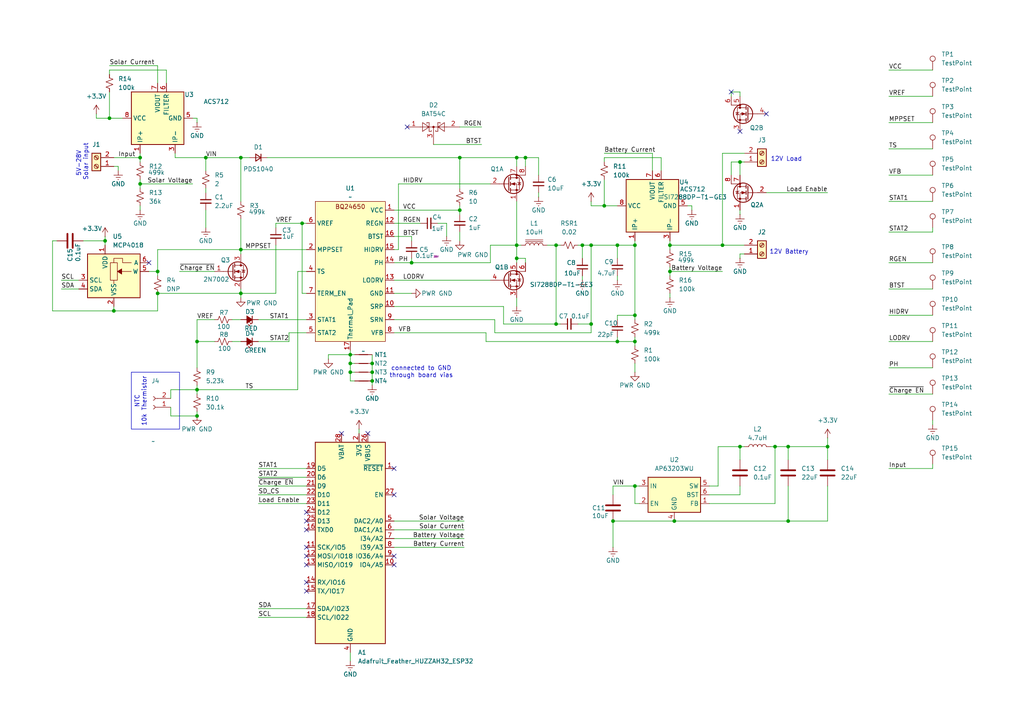
<source format=kicad_sch>
(kicad_sch (version 20250114) (generator "eeschema") (generator_version "9.0")
  (paper "A4")
  (title_block (title "MPPT Charge Controller") (rev "0.3"))
  (lib_symbols
    (symbol "Connector:Conn_01x02_Socket" (pin_names (offset 1.016) (hide yes))
      (property "Reference" "J" (at 0 2.54 0))
      (property "Value" "Conn_01x02_Socket" (at 0 -5.08 0))
      (symbol "Conn_01x02_Socket_1_1"
        (pin passive line (at -5.08 0 0) (length 3.81) (name "Pin_1") (number "1"))
        (pin passive line (at -5.08 -2.54 0) (length 3.81) (name "Pin_2") (number "2"))
      )
    )
    (symbol "Connector:Screw_Terminal_01x02" (pin_names (offset 1.016) (hide yes))
      (property "Reference" "J" (at 0 2.54 0))
      (property "Value" "Screw_Terminal_01x02" (at 0 -5.08 0))
      (symbol "Screw_Terminal_01x02_1_1"
        (pin passive line (at -5.08 0 0) (length 3.81) (name "Pin_1") (number "1"))
        (pin passive line (at -5.08 -2.54 0) (length 3.81) (name "Pin_2") (number "2"))
      )
    )
    (symbol "Connector:TestPoint" (pin_numbers (hide yes)) (pin_names (offset 0.762) (hide yes))
      (property "Reference" "TP" (at 0 6.858 0))
      (property "Value" "TestPoint" (at 0 5.08 0))
      (symbol "TestPoint_1_1"
        (pin passive line (at 0 0 90) (length 2.54) (name "1") (number "1"))
      )
    )
    (symbol "Device:C" (pin_numbers (hide yes)) (pin_names (offset 0.254))
      (property "Reference" "C" (at 0.635 2.54 0))
      (property "Value" "C" (at 0.635 -2.54 0))
      (symbol "C_1_1"
        (pin passive line (at 0 3.81 270) (length 2.794) (name "~") (number "1"))
        (pin passive line (at 0 -3.81 90) (length 2.794) (name "~") (number "2"))
      )
    )
    (symbol "Device:C_Small" (pin_numbers (hide yes)) (pin_names (offset 0.254) (hide yes))
      (property "Reference" "C" (at 0.254 1.778 0))
      (property "Value" "C_Small" (at 0.254 -2.032 0))
      (symbol "C_Small_1_1"
        (pin passive line (at 0 2.54 270) (length 2.032) (name "~") (number "1"))
        (pin passive line (at 0 -2.54 90) (length 2.032) (name "~") (number "2"))
      )
    )
    (symbol "Device:D_Small" (pin_numbers (hide yes)) (pin_names (offset 0.254) (hide yes))
      (property "Reference" "D" (at -1.27 2.032 0))
      (property "Value" "D_Small" (at -3.81 -2.032 0))
      (symbol "D_Small_1_1"
        (pin passive line (at -2.54 0 0) (length 1.778) (name "K") (number "1"))
        (pin passive line (at 2.54 0 180) (length 1.778) (name "A") (number "2"))
      )
    )
    (symbol "Device:L" (pin_numbers (hide yes)) (pin_names (offset 1.016) (hide yes))
      (property "Reference" "L" (at -1.27 0 90))
      (property "Value" "L" (at 1.905 0 90))
      (symbol "L_1_1"
        (pin passive line (at 0 3.81 270) (length 1.27) (name "1") (number "1"))
        (pin passive line (at 0 -3.81 90) (length 1.27) (name "2") (number "2"))
      )
    )
    (symbol "Device:LED_Small_Filled" (pin_numbers (hide yes)) (pin_names (offset 0.254) (hide yes))
      (property "Reference" "D" (at -1.27 3.175 0))
      (property "Value" "LED_Small_Filled" (at -4.445 -2.54 0))
      (symbol "LED_Small_Filled_1_1"
        (pin passive line (at -2.54 0 0) (length 1.778) (name "K") (number "1"))
        (pin passive line (at 2.54 0 180) (length 1.778) (name "A") (number "2"))
      )
    )
    (symbol "Device:L_Iron" (pin_numbers (hide yes)) (pin_names (offset 1.016) (hide yes))
      (property "Reference" "L" (at -1.27 0 90))
      (property "Value" "L_Iron" (at 2.794 0 90))
      (symbol "L_Iron_1_1"
        (pin passive line (at 0 3.81 270) (length 1.27) (name "1") (number "1"))
        (pin passive line (at 0 -3.81 90) (length 1.27) (name "2") (number "2"))
      )
    )
    (symbol "Device:NetTie_2" (pin_numbers (hide yes)) (pin_names (offset 0) (hide yes)) (in_bom no)
      (property "Reference" "NT" (at 0 1.27 0))
      (property "Value" "NetTie_2" (at 0 -1.27 0))
      (symbol "NetTie_2_1_1"
        (pin passive line (at -2.54 0 0) (length 2.54) (name "1") (number "1"))
        (pin passive line (at 2.54 0 180) (length 2.54) (name "2") (number "2"))
      )
    )
    (symbol "Device:Q_Dual_NMOS_S1G1S2G2D2D2D1D1" (pin_names (offset 0) (hide yes))
      (property "Reference" "Q" (at 5.08 1.27 0))
      (property "Value" "Q_Dual_NMOS_S1G1S2G2D2D2D1D1" (at 5.08 -1.27 0))
      (symbol "Q_Dual_NMOS_S1G1S2G2D2D2D1D1_1_1"
        (pin input line (at -5.08 0 0) (length 2.54) (name "G") (number "2"))
        (pin passive line (at 2.54 5.08 270) (length 2.54) (name "D") (number "7"))
        (pin passive line (at 2.54 -5.08 90) (length 2.54) (name "S") (number "1"))
        (pin passive line (at 5.08 5.08 270) (length 2.54) (name "D") (number "8"))
      )
      (symbol "Q_Dual_NMOS_S1G1S2G2D2D2D1D1_2_1"
        (pin input line (at -5.08 0 0) (length 2.54) (name "G") (number "4"))
        (pin passive line (at 2.54 5.08 270) (length 2.54) (name "D") (number "5"))
        (pin passive line (at 2.54 -5.08 90) (length 2.54) (name "S") (number "3"))
        (pin passive line (at 5.08 5.08 270) (length 2.54) (name "D") (number "6"))
      )
    )
    (symbol "Device:R_Small_US" (pin_numbers (hide yes)) (pin_names (offset 0.254) (hide yes))
      (property "Reference" "R" (at 0.762 0.508 0))
      (property "Value" "R_Small_US" (at 0.762 -1.016 0))
      (symbol "R_Small_US_1_1"
        (pin passive line (at 0 2.54 270) (length 1.016) (name "~") (number "1"))
        (pin passive line (at 0 -2.54 90) (length 1.016) (name "~") (number "2"))
      )
    )
    (symbol "Diode:BAT54C" (pin_names (offset 1.016))
      (property "Reference" "D" (at 0.635 -3.81 0))
      (property "Value" "BAT54C" (at -6.35 3.175 0))
      (symbol "BAT54C_1_1"
        (pin passive line (at -7.62 0 0) (length 3.81) (name "~") (number "1"))
        (pin passive line (at 0 -5.08 90) (length 5.08) (name "~") (number "3"))
        (pin passive line (at 7.62 0 180) (length 3.81) (name "~") (number "2"))
      )
    )
    (symbol "MCU_Module:Adafruit_Feather_HUZZAH32_ESP32"
      (property "Reference" "A1" (at 2.1941 -33.02 0))
      (property "Value" "Adafruit_Feather_HUZZAH32_ESP32" (at 2.1941 -35.56 0))
      (symbol "Adafruit_Feather_HUZZAH32_ESP32_1_1"
        (pin bidirectional line (at -12.7 20.32 0) (length 2.54) (name "D5") (number "19"))
        (pin bidirectional line (at -12.7 17.78 0) (length 2.54) (name "D6") (number "20"))
        (pin bidirectional line (at -12.7 15.24 0) (length 2.54) (name "D9") (number "21"))
        (pin bidirectional line (at -12.7 12.7 0) (length 2.54) (name "D10") (number "22"))
        (pin bidirectional line (at -12.7 10.16 0) (length 2.54) (name "D11") (number "23"))
        (pin bidirectional line (at -12.7 7.62 0) (length 2.54) (name "D12") (number "24"))
        (pin bidirectional line (at -12.7 5.08 0) (length 2.54) (name "D13") (number "25"))
        (pin bidirectional line (at -12.7 2.54 0) (length 2.54) (name "TXD0") (number "16"))
        (pin bidirectional line (at -12.7 -2.54 0) (length 2.54) (name "SCK/IO5") (number "11"))
        (pin bidirectional line (at -12.7 -5.08 0) (length 2.54) (name "MOSI/IO18") (number "12"))
        (pin bidirectional line (at -12.7 -7.62 0) (length 2.54) (name "MISO/IO19") (number "13"))
        (pin bidirectional line (at -12.7 -12.7 0) (length 2.54) (name "RX/IO16") (number "14"))
        (pin bidirectional line (at -12.7 -15.24 0) (length 2.54) (name "TX/IO17") (number "15"))
        (pin bidirectional line (at -12.7 -20.32 0) (length 2.54) (name "SDA/IO23") (number "17"))
        (pin bidirectional line (at -12.7 -22.86 0) (length 2.54) (name "SCL/IO22") (number "18"))
        (pin power_in line (at -2.54 30.48 270) (length 2.54) (name "VBAT") (number "28"))
        (pin power_in line (at 0 -33.02 90) (length 2.54) (name "GND") (number "4"))
        (pin power_in line (at 2.54 30.48 270) (length 2.54) (name "3V3") (number "2"))
        (pin power_in line (at 5.08 30.48 270) (length 2.54) (name "VBUS") (number "26"))
        (pin no_connect line (at 10.16 10.16 180) (length 2.54) (hide yes) (name "NC") (number "3"))
        (pin input line (at 12.7 20.32 180) (length 2.54) (name "~{RESET}") (number "1"))
        (pin input line (at 12.7 12.7 180) (length 2.54) (name "EN") (number "27"))
        (pin bidirectional line (at 12.7 5.08 180) (length 2.54) (name "DAC2/A0") (number "5"))
        (pin bidirectional line (at 12.7 2.54 180) (length 2.54) (name "DAC1/A1") (number "6"))
        (pin bidirectional line (at 12.7 0 180) (length 2.54) (name "I34/A2") (number "7"))
        (pin bidirectional line (at 12.7 -2.54 180) (length 2.54) (name "I39/A3") (number "8"))
        (pin bidirectional line (at 12.7 -5.08 180) (length 2.54) (name "IO36/A4") (number "9"))
        (pin bidirectional line (at 12.7 -7.62 180) (length 2.54) (name "IO4/A5") (number "10"))
      )
    )
    (symbol "MPPT Charge Controller Symbol Library:BQ24650"
      (property "Reference" "U" (at 0 0 0))
      (symbol "BQ24650_1_0"
        (pin power_in line (at 0 -22.86 90) (length 2.54) (name "Thermal_Pad") (number "17"))
      )
      (symbol "BQ24650_1_1"
        (text "BQ24650" (at 0 18.796 0) (effects (font (size 1.27 1.27))))
        (pin power_out line (at -12.7 13.97 0) (length 2.54) (name "VREF") (number "6"))
        (pin input line (at -12.7 6.35 0) (length 2.54) (name "MPPSET") (number "2"))
        (pin input line (at -12.7 0 0) (length 2.54) (name "TS") (number "4"))
        (pin input line (at -12.7 -6.35 0) (length 2.54) (name "TERM_EN") (number "7"))
        (pin output line (at -12.7 -13.97 0) (length 2.54) (name "STAT1") (number "3"))
        (pin output line (at -12.7 -17.78 0) (length 2.54) (name "STAT2") (number "5"))
        (pin power_in line (at 12.7 17.78 180) (length 2.54) (name "VCC") (number "1"))
        (pin power_out line (at 12.7 13.97 180) (length 2.54) (name "REGN") (number "12"))
        (pin power_in line (at 12.7 10.16 180) (length 2.54) (name "BTST") (number "16"))
        (pin output line (at 12.7 6.35 180) (length 2.54) (name "HIDRV") (number "15"))
        (pin power_out line (at 12.7 2.54 180) (length 2.54) (name "PH") (number "14"))
        (pin output line (at 12.7 -2.54 180) (length 2.54) (name "LODRV") (number "13"))
        (pin power_in line (at 12.7 -6.35 180) (length 2.54) (name "GND") (number "11"))
        (pin power_in line (at 12.7 -10.16 180) (length 2.54) (name "SRP") (number "10"))
        (pin input line (at 12.7 -13.97 180) (length 2.54) (name "SRN") (number "9"))
        (pin input line (at 12.7 -17.78 180) (length 2.54) (name "VFB") (number "8"))
      )
    )
    (symbol "Potentiometer_Digital:MCP4018-xxxxLT"
      (property "Reference" "U" (at -7.62 8.89 0))
      (property "Value" "MCP4018-xxxxLT" (at 1.27 8.89 0))
      (symbol "MCP4018-xxxxLT_1_1"
        (pin input line (at -10.16 0 0) (length 2.54) (name "SCL") (number "3"))
        (pin bidirectional line (at -10.16 -2.54 0) (length 2.54) (name "SDA") (number "4"))
        (pin power_in line (at -2.54 10.16 270) (length 2.54) (name "VDD") (number "1"))
        (pin power_in line (at 0 -7.62 90) (length 2.54) (name "VSS") (number "2"))
        (pin passive line (at 10.16 5.08 180) (length 2.54) (name "A") (number "6"))
        (pin passive line (at 10.16 2.54 180) (length 2.54) (name "W") (number "5"))
      )
    )
    (symbol "Regulator_Switching:AP63203WU"
      (property "Reference" "U" (at -7.62 6.35 0))
      (property "Value" "AP63203WU" (at 2.54 6.35 0))
      (symbol "AP63203WU_1_1"
        (pin power_in line (at -10.16 2.54 0) (length 2.54) (name "IN") (number "3"))
        (pin input line (at -10.16 -2.54 0) (length 2.54) (name "EN") (number "2"))
        (pin power_in line (at 0 -7.62 90) (length 2.54) (name "GND") (number "4"))
        (pin output line (at 10.16 2.54 180) (length 2.54) (name "SW") (number "5"))
        (pin passive line (at 10.16 0 180) (length 2.54) (name "BST") (number "6"))
        (pin input line (at 10.16 -2.54 180) (length 2.54) (name "FB") (number "1"))
      )
    )
    (symbol "Sensor_Current:ACS712xLCTR-05B"
      (property "Reference" "U" (at 2.54 11.43 0))
      (property "Value" "ACS712xLCTR-05B" (at 2.54 8.89 0))
      (symbol "ACS712xLCTR-05B_1_1"
        (pin passive line (at -10.16 5.08 0) (length 2.54) (name "IP+") (number "1"))
        (pin passive line (at -10.16 5.08 0) (length 2.54) (hide yes) (name "IP+") (number "2"))
        (pin passive line (at -10.16 -5.08 0) (length 2.54) (name "IP-") (number "3"))
        (pin passive line (at -10.16 -5.08 0) (length 2.54) (hide yes) (name "IP-") (number "4"))
        (pin power_in line (at 0 10.16 270) (length 2.54) (name "VCC") (number "8"))
        (pin power_in line (at 0 -10.16 90) (length 2.54) (name "GND") (number "5"))
        (pin output line (at 10.16 0 180) (length 2.54) (name "VIOUT") (number "7"))
        (pin passive line (at 10.16 -2.54 180) (length 2.54) (name "FILTER") (number "6"))
      )
    )
    (symbol "Transistor_FET:2N7002" (pin_names (hide yes))
      (property "Reference" "Q" (at 5.08 1.905 0))
      (property "Value" "2N7002" (at 5.08 0 0))
      (symbol "2N7002_1_1"
        (pin input line (at -5.08 0 0) (length 2.54) (name "G") (number "1"))
        (pin passive line (at 2.54 5.08 270) (length 2.54) (name "D") (number "3"))
        (pin passive line (at 2.54 -5.08 90) (length 2.54) (name "S") (number "2"))
      )
    )
    (symbol "power:+3.3V" (power) (pin_numbers (hide yes)) (pin_names (offset 0) (hide yes))
      (property "Value" "+3.3V" (at 0 3.556 0))
      (symbol "+3.3V_1_1"
        (pin power_in line (at 0 0 90) (length 0) (name "~") (number "1"))
      )
    )
    (symbol "power:Earth" (power) (pin_numbers (hide yes)) (pin_names (offset 0) (hide yes))
      (property "Value" "Earth" (at 0 -3.81 0))
      (symbol "Earth_1_1"
        (pin power_in line (at 0 0 270) (length 0) (name "~") (number "1"))
      )
    )
    (symbol "power:GND" (power) (pin_numbers (hide yes)) (pin_names (offset 0) (hide yes))
      (property "Value" "GND" (at 0 -3.81 0))
      (symbol "GND_1_1"
        (pin power_in line (at 0 0 270) (length 0) (name "~") (number "1"))
      )
    )
  )
  (text "5V-28V \nSolar input" (at 23.876 46.99 90) (effects (font (size 1.27 1.27))))
  (text "12V Load" (at 228.092 46.228 0) (effects (font (size 1.27 1.27))))
  (text "12V Battery" (at 228.854 73.152 0) (effects (font (size 1.27 1.27))))
  (text "connected to GND\nthrough board vias" (at 122.174 107.95 0) (effects (font (size 1.27 1.27))))
  (text_box "NTC\n10k Thermistor" (at 38.1 107.95 90) (size 13.97 16.51) (margins 0.9525 0.9525 0.9525 0.9525) (effects (font (size 1.27 1.27)) (justify top)))
  (junction (at 45.72 85.09))
  (junction (at 57.15 99.06))
  (junction (at 168.91 71.12))
  (junction (at 149.86 45.72))
  (junction (at 184.15 71.12))
  (junction (at 107.95 105.41))
  (junction (at 69.85 85.09))
  (junction (at 101.6 102.87))
  (junction (at 184.15 91.44))
  (junction (at 179.07 71.12))
  (junction (at 69.85 45.72))
  (junction (at 214.63 129.54))
  (junction (at 209.55 71.12))
  (junction (at 214.63 46.99))
  (junction (at 101.6 105.41))
  (junction (at 171.45 71.12))
  (junction (at 228.6 129.54))
  (junction (at 87.63 64.77))
  (junction (at 179.07 99.06))
  (junction (at 45.72 78.74))
  (junction (at 57.15 113.03))
  (junction (at 133.35 45.72))
  (junction (at 171.45 93.98))
  (junction (at 175.26 59.69))
  (junction (at 228.6 151.13))
  (junction (at 161.29 93.98))
  (junction (at 40.64 45.72))
  (junction (at 184.15 140.97))
  (junction (at 107.95 107.95))
  (junction (at 133.35 60.96))
  (junction (at 149.86 71.12))
  (junction (at 240.03 129.54))
  (junction (at 40.64 53.34))
  (junction (at 149.86 74.93))
  (junction (at 195.58 151.13))
  (junction (at 57.15 120.65))
  (junction (at 184.15 99.06))
  (junction (at 161.29 71.12))
  (junction (at 30.48 69.85))
  (junction (at 177.8 151.13))
  (junction (at 33.02 90.17))
  (junction (at 119.38 76.2))
  (junction (at 194.31 78.74))
  (junction (at 101.6 107.95))
  (junction (at 31.75 34.29))
  (junction (at 69.85 72.39))
  (junction (at 107.95 110.49))
  (junction (at 224.79 129.54))
  (junction (at 152.4 45.72))
  (junction (at 194.31 71.12))
  (junction (at 59.69 45.72))
  (no_connect (at 222.25 33.02))
  (no_connect (at 114.3 161.29))
  (no_connect (at 88.9 148.59))
  (no_connect (at 88.9 158.75))
  (no_connect (at 118.11 36.83))
  (no_connect (at 88.9 168.91))
  (no_connect (at 214.63 38.1))
  (no_connect (at 88.9 161.29))
  (no_connect (at 88.9 153.67))
  (no_connect (at 88.9 163.83))
  (no_connect (at 212.09 26.67))
  (no_connect (at 88.9 151.13))
  (no_connect (at 43.18 76.2))
  (no_connect (at 106.68 125.73))
  (no_connect (at 114.3 143.51))
  (no_connect (at 114.3 163.83))
  (no_connect (at 99.06 125.73))
  (no_connect (at 114.3 135.89))
  (no_connect (at 88.9 171.45))
  (wire (pts (xy 140.97 96.52) (xy 114.3 96.52)))
  (wire (pts (xy 194.31 72.39) (xy 194.31 71.12)))
  (wire (pts (xy 114.3 92.71) (xy 143.51 92.71)))
  (wire (pts (xy 24.13 69.85) (xy 30.48 69.85)))
  (wire (pts (xy 257.81 35.56) (xy 270.51 35.56)))
  (wire (pts (xy 270.51 67.31) (xy 270.51 66.04)))
  (wire (pts (xy 171.45 58.42) (xy 171.45 59.69)))
  (wire (pts (xy 45.72 24.13) (xy 45.72 19.05)))
  (wire (pts (xy 74.93 179.07) (xy 88.9 179.07)))
  (wire (pts (xy 95.25 102.87) (xy 95.25 104.14)))
  (wire (pts (xy 175.26 52.07) (xy 175.26 59.69)))
  (wire (pts (xy 228.6 151.13) (xy 240.03 151.13)))
  (wire (pts (xy 101.6 105.41) (xy 102.87 105.41)))
  (wire (pts (xy 228.6 151.13) (xy 228.6 140.97)))
  (wire (pts (xy 49.53 113.03) (xy 49.53 115.57)))
  (wire (pts (xy 74.93 146.05) (xy 88.9 146.05)))
  (wire (pts (xy 59.69 45.72) (xy 69.85 45.72)))
  (wire (pts (xy 40.64 53.34) (xy 55.88 53.34)))
  (wire (pts (xy 31.75 20.32) (xy 48.26 20.32)))
  (wire (pts (xy 194.31 78.74) (xy 194.31 80.01)))
  (wire (pts (xy 257.81 50.8) (xy 270.51 50.8)))
  (wire (pts (xy 86.36 78.74) (xy 88.9 78.74)))
  (wire (pts (xy 33.02 90.17) (xy 45.72 90.17)))
  (wire (pts (xy 57.15 34.29) (xy 57.15 35.56)))
  (wire (pts (xy 222.25 55.88) (xy 240.03 55.88)))
  (wire (pts (xy 107.95 102.87) (xy 107.95 105.41)))
  (wire (pts (xy 224.79 129.54) (xy 224.79 146.05)))
  (wire (pts (xy 114.3 76.2) (xy 119.38 76.2)))
  (wire (pts (xy 40.64 53.34) (xy 40.64 54.61)))
  (wire (pts (xy 43.18 78.74) (xy 45.72 78.74)))
  (wire (pts (xy 215.9 71.12) (xy 209.55 71.12)))
  (wire (pts (xy 30.48 68.58) (xy 30.48 69.85)))
  (wire (pts (xy 31.75 26.67) (xy 31.75 34.29)))
  (wire (pts (xy 59.69 60.96) (xy 59.69 66.04)))
  (wire (pts (xy 240.03 127) (xy 240.03 129.54)))
  (wire (pts (xy 107.95 110.49) (xy 107.95 111.76)))
  (wire (pts (xy 194.31 78.74) (xy 209.55 78.74)))
  (wire (pts (xy 152.4 76.2) (xy 152.4 74.93)))
  (wire (pts (xy 224.79 129.54) (xy 228.6 129.54)))
  (wire (pts (xy 257.81 114.3) (xy 270.51 114.3)))
  (wire (pts (xy 114.3 153.67) (xy 134.62 153.67)))
  (wire (pts (xy 101.6 107.95) (xy 102.87 107.95)))
  (wire (pts (xy 156.21 57.15) (xy 156.21 55.88)))
  (wire (pts (xy 40.64 60.96) (xy 40.64 59.69)))
  (wire (pts (xy 74.93 92.71) (xy 88.9 92.71)))
  (wire (pts (xy 224.79 129.54) (xy 223.52 129.54)))
  (wire (pts (xy 177.8 151.13) (xy 177.8 158.75)))
  (wire (pts (xy 208.28 129.54) (xy 208.28 140.97)))
  (wire (pts (xy 15.24 69.85) (xy 15.24 90.17)))
  (wire (pts (xy 149.86 45.72) (xy 149.86 48.26)))
  (wire (pts (xy 184.15 146.05) (xy 184.15 140.97)))
  (wire (pts (xy 214.63 73.66) (xy 214.63 74.93)))
  (wire (pts (xy 209.55 71.12) (xy 209.55 44.45)))
  (wire (pts (xy 35.56 34.29) (xy 31.75 34.29)))
  (wire (pts (xy 114.3 64.77) (xy 121.92 64.77)))
  (wire (pts (xy 107.95 107.95) (xy 107.95 110.49)))
  (wire (pts (xy 175.26 45.72) (xy 191.77 45.72)))
  (wire (pts (xy 16.51 69.85) (xy 15.24 69.85)))
  (wire (pts (xy 52.07 78.74) (xy 62.23 78.74)))
  (wire (pts (xy 101.6 110.49) (xy 102.87 110.49)))
  (wire (pts (xy 31.75 21.59) (xy 31.75 20.32)))
  (wire (pts (xy 257.81 27.94) (xy 270.51 27.94)))
  (wire (pts (xy 143.51 96.52) (xy 143.51 92.71)))
  (wire (pts (xy 40.64 45.72) (xy 40.64 44.45)))
  (wire (pts (xy 215.9 129.54) (xy 214.63 129.54)))
  (wire (pts (xy 240.03 129.54) (xy 240.03 133.35)))
  (wire (pts (xy 55.88 34.29) (xy 57.15 34.29)))
  (wire (pts (xy 57.15 113.03) (xy 57.15 111.76)))
  (wire (pts (xy 59.69 55.88) (xy 59.69 54.61)))
  (wire (pts (xy 80.01 64.77) (xy 80.01 66.04)))
  (wire (pts (xy 57.15 92.71) (xy 62.23 92.71)))
  (wire (pts (xy 212.09 26.67) (xy 214.63 26.67)))
  (wire (pts (xy 74.93 176.53) (xy 88.9 176.53)))
  (wire (pts (xy 257.81 99.06) (xy 270.51 99.06)))
  (wire (pts (xy 114.3 156.21) (xy 134.62 156.21)))
  (wire (pts (xy 40.64 52.07) (xy 40.64 53.34)))
  (wire (pts (xy 179.07 71.12) (xy 184.15 71.12)))
  (wire (pts (xy 140.97 99.06) (xy 140.97 96.52)))
  (wire (pts (xy 80.01 71.12) (xy 80.01 85.09)))
  (wire (pts (xy 101.6 101.6) (xy 101.6 102.87)))
  (wire (pts (xy 34.29 48.26) (xy 34.29 49.53)))
  (wire (pts (xy 257.81 83.82) (xy 270.51 83.82)))
  (wire (pts (xy 27.94 34.29) (xy 27.94 33.02)))
  (wire (pts (xy 114.3 68.58) (xy 119.38 68.58)))
  (wire (pts (xy 57.15 114.3) (xy 57.15 113.03)))
  (wire (pts (xy 69.85 72.39) (xy 88.9 72.39)))
  (wire (pts (xy 142.24 71.12) (xy 149.86 71.12)))
  (wire (pts (xy 175.26 44.45) (xy 189.23 44.45)))
  (wire (pts (xy 31.75 19.05) (xy 45.72 19.05)))
  (wire (pts (xy 194.31 77.47) (xy 194.31 78.74)))
  (wire (pts (xy 149.86 71.12) (xy 149.86 74.93)))
  (wire (pts (xy 40.64 46.99) (xy 40.64 45.72)))
  (wire (pts (xy 152.4 45.72) (xy 152.4 48.26)))
  (wire (pts (xy 212.09 50.8) (xy 212.09 46.99)))
  (wire (pts (xy 167.64 93.98) (xy 171.45 93.98)))
  (wire (pts (xy 257.81 58.42) (xy 270.51 58.42)))
  (wire (pts (xy 101.6 102.87) (xy 101.6 105.41)))
  (wire (pts (xy 114.3 60.96) (xy 133.35 60.96)))
  (wire (pts (xy 142.24 76.2) (xy 142.24 71.12)))
  (wire (pts (xy 156.21 50.8) (xy 156.21 45.72)))
  (wire (pts (xy 101.6 107.95) (xy 101.6 110.49)))
  (wire (pts (xy 74.93 143.51) (xy 88.9 143.51)))
  (wire (pts (xy 74.93 138.43) (xy 88.9 138.43)))
  (wire (pts (xy 257.81 106.68) (xy 270.51 106.68)))
  (wire (pts (xy 69.85 45.72) (xy 69.85 58.42)))
  (wire (pts (xy 17.78 81.28) (xy 22.86 81.28)))
  (wire (pts (xy 228.6 129.54) (xy 228.6 133.35)))
  (wire (pts (xy 194.31 71.12) (xy 209.55 71.12)))
  (wire (pts (xy 119.38 74.93) (xy 119.38 76.2)))
  (wire (pts (xy 17.78 83.82) (xy 22.86 83.82)))
  (wire (pts (xy 87.63 64.77) (xy 87.63 85.09)))
  (wire (pts (xy 184.15 97.79) (xy 184.15 99.06)))
  (wire (pts (xy 74.93 99.06) (xy 83.82 99.06)))
  (wire (pts (xy 87.63 64.77) (xy 88.9 64.77)))
  (wire (pts (xy 49.53 120.65) (xy 57.15 120.65)))
  (wire (pts (xy 168.91 71.12) (xy 168.91 74.93)))
  (wire (pts (xy 270.51 123.19) (xy 270.51 121.92)))
  (wire (pts (xy 184.15 140.97) (xy 185.42 140.97)))
  (wire (pts (xy 270.51 135.89) (xy 270.51 134.62)))
  (wire (pts (xy 15.24 90.17) (xy 33.02 90.17)))
  (wire (pts (xy 45.72 78.74) (xy 45.72 72.39)))
  (wire (pts (xy 171.45 93.98) (xy 171.45 96.52)))
  (wire (pts (xy 146.05 88.9) (xy 146.05 93.98)))
  (wire (pts (xy 184.15 71.12) (xy 184.15 91.44)))
  (wire (pts (xy 45.72 85.09) (xy 69.85 85.09)))
  (wire (pts (xy 177.8 143.51) (xy 177.8 140.97)))
  (wire (pts (xy 69.85 83.82) (xy 69.85 85.09)))
  (wire (pts (xy 83.82 96.52) (xy 88.9 96.52)))
  (wire (pts (xy 57.15 113.03) (xy 86.36 113.03)))
  (wire (pts (xy 184.15 91.44) (xy 184.15 92.71)))
  (wire (pts (xy 101.6 191.77) (xy 101.6 189.23)))
  (wire (pts (xy 257.81 76.2) (xy 270.51 76.2)))
  (wire (pts (xy 171.45 96.52) (xy 143.51 96.52)))
  (wire (pts (xy 133.35 36.83) (xy 139.7 36.83)))
  (wire (pts (xy 107.95 105.41) (xy 107.95 107.95)))
  (wire (pts (xy 195.58 151.13) (xy 228.6 151.13)))
  (wire (pts (xy 171.45 71.12) (xy 179.07 71.12)))
  (wire (pts (xy 45.72 78.74) (xy 45.72 80.01)))
  (wire (pts (xy 69.85 73.66) (xy 69.85 72.39)))
  (wire (pts (xy 161.29 93.98) (xy 161.29 71.12)))
  (wire (pts (xy 104.14 124.46) (xy 104.14 125.73)))
  (wire (pts (xy 127 64.77) (xy 129.54 64.77)))
  (wire (pts (xy 149.86 74.93) (xy 152.4 74.93)))
  (wire (pts (xy 228.6 129.54) (xy 240.03 129.54)))
  (wire (pts (xy 83.82 96.52) (xy 83.82 99.06)))
  (wire (pts (xy 149.86 71.12) (xy 151.13 71.12)))
  (wire (pts (xy 208.28 140.97) (xy 205.74 140.97)))
  (wire (pts (xy 184.15 69.85) (xy 184.15 71.12)))
  (wire (pts (xy 168.91 81.28) (xy 168.91 80.01)))
  (wire (pts (xy 191.77 45.72) (xy 191.77 49.53)))
  (wire (pts (xy 74.93 140.97) (xy 88.9 140.97)))
  (wire (pts (xy 57.15 99.06) (xy 57.15 106.68)))
  (wire (pts (xy 69.85 85.09) (xy 80.01 85.09)))
  (wire (pts (xy 31.75 34.29) (xy 27.94 34.29)))
  (wire (pts (xy 214.63 129.54) (xy 208.28 129.54)))
  (wire (pts (xy 168.91 71.12) (xy 171.45 71.12)))
  (wire (pts (xy 194.31 71.12) (xy 194.31 69.85)))
  (wire (pts (xy 33.02 88.9) (xy 33.02 90.17)))
  (wire (pts (xy 179.07 71.12) (xy 179.07 74.93)))
  (wire (pts (xy 129.54 64.77) (xy 129.54 68.58)))
  (wire (pts (xy 171.45 59.69) (xy 175.26 59.69)))
  (wire (pts (xy 125.73 41.91) (xy 139.7 41.91)))
  (wire (pts (xy 215.9 73.66) (xy 214.63 73.66)))
  (wire (pts (xy 77.47 45.72) (xy 133.35 45.72)))
  (wire (pts (xy 101.6 102.87) (xy 102.87 102.87)))
  (wire (pts (xy 257.81 67.31) (xy 270.51 67.31)))
  (wire (pts (xy 119.38 68.58) (xy 119.38 69.85)))
  (wire (pts (xy 257.81 91.44) (xy 270.51 91.44)))
  (wire (pts (xy 179.07 99.06) (xy 184.15 99.06)))
  (wire (pts (xy 179.07 91.44) (xy 184.15 91.44)))
  (wire (pts (xy 161.29 93.98) (xy 162.56 93.98)))
  (wire (pts (xy 74.93 135.89) (xy 88.9 135.89)))
  (wire (pts (xy 101.6 105.41) (xy 101.6 107.95)))
  (wire (pts (xy 119.38 76.2) (xy 142.24 76.2)))
  (wire (pts (xy 57.15 92.71) (xy 57.15 99.06)))
  (wire (pts (xy 167.64 71.12) (xy 168.91 71.12)))
  (wire (pts (xy 240.03 151.13) (xy 240.03 140.97)))
  (wire (pts (xy 200.66 59.69) (xy 200.66 60.96)))
  (wire (pts (xy 133.35 62.23) (xy 133.35 60.96)))
  (wire (pts (xy 175.26 59.69) (xy 179.07 59.69)))
  (wire (pts (xy 33.02 45.72) (xy 40.64 45.72)))
  (wire (pts (xy 146.05 93.98) (xy 161.29 93.98)))
  (wire (pts (xy 179.07 97.79) (xy 179.07 99.06)))
  (wire (pts (xy 212.09 27.94) (xy 212.09 26.67)))
  (wire (pts (xy 114.3 158.75) (xy 134.62 158.75)))
  (wire (pts (xy 149.86 86.36) (xy 149.86 88.9)))
  (wire (pts (xy 189.23 49.53) (xy 189.23 44.45)))
  (wire (pts (xy 57.15 99.06) (xy 62.23 99.06)))
  (wire (pts (xy 214.63 129.54) (xy 214.63 133.35)))
  (wire (pts (xy 87.63 85.09) (xy 88.9 85.09)))
  (wire (pts (xy 214.63 143.51) (xy 214.63 140.97)))
  (wire (pts (xy 209.55 44.45) (xy 215.9 44.45)))
  (wire (pts (xy 175.26 46.99) (xy 175.26 45.72)))
  (wire (pts (xy 133.35 45.72) (xy 133.35 54.61)))
  (wire (pts (xy 184.15 99.06) (xy 184.15 100.33)))
  (wire (pts (xy 140.97 99.06) (xy 179.07 99.06)))
  (wire (pts (xy 214.63 26.67) (xy 214.63 27.94)))
  (wire (pts (xy 114.3 88.9) (xy 146.05 88.9)))
  (wire (pts (xy 171.45 71.12) (xy 171.45 93.98)))
  (wire (pts (xy 177.8 140.97) (xy 184.15 140.97)))
  (wire (pts (xy 133.35 59.69) (xy 133.35 60.96)))
  (wire (pts (xy 257.81 43.18) (xy 270.51 43.18)))
  (wire (pts (xy 205.74 143.51) (xy 214.63 143.51)))
  (wire (pts (xy 257.81 20.32) (xy 270.51 20.32)))
  (wire (pts (xy 80.01 64.77) (xy 87.63 64.77)))
  (wire (pts (xy 212.09 46.99) (xy 214.63 46.99)))
  (wire (pts (xy 162.56 71.12) (xy 161.29 71.12)))
  (wire (pts (xy 114.3 85.09) (xy 119.38 85.09)))
  (wire (pts (xy 205.74 146.05) (xy 224.79 146.05)))
  (wire (pts (xy 48.26 20.32) (xy 48.26 24.13)))
  (wire (pts (xy 45.72 72.39) (xy 69.85 72.39)))
  (wire (pts (xy 49.53 118.11) (xy 49.53 120.65)))
  (wire (pts (xy 161.29 71.12) (xy 158.75 71.12)))
  (wire (pts (xy 179.07 81.28) (xy 179.07 80.01)))
  (wire (pts (xy 270.51 135.89) (xy 257.81 135.89)))
  (wire (pts (xy 50.8 45.72) (xy 59.69 45.72)))
  (wire (pts (xy 194.31 86.36) (xy 194.31 85.09)))
  (wire (pts (xy 114.3 151.13) (xy 134.62 151.13)))
  (wire (pts (xy 179.07 91.44) (xy 179.07 92.71)))
  (wire (pts (xy 34.29 48.26) (xy 33.02 48.26)))
  (wire (pts (xy 199.39 59.69) (xy 200.66 59.69)))
  (wire (pts (xy 114.3 81.28) (xy 142.24 81.28)))
  (wire (pts (xy 185.42 146.05) (xy 184.15 146.05)))
  (wire (pts (xy 184.15 107.95) (xy 184.15 105.41)))
  (wire (pts (xy 177.8 151.13) (xy 195.58 151.13)))
  (wire (pts (xy 115.57 53.34) (xy 115.57 72.39)))
  (wire (pts (xy 214.63 46.99) (xy 214.63 50.8)))
  (wire (pts (xy 50.8 44.45) (xy 50.8 45.72)))
  (wire (pts (xy 95.25 102.87) (xy 101.6 102.87)))
  (wire (pts (xy 30.48 69.85) (xy 30.48 71.12)))
  (wire (pts (xy 215.9 46.99) (xy 214.63 46.99)))
  (wire (pts (xy 149.86 74.93) (xy 149.86 76.2)))
  (wire (pts (xy 45.72 90.17) (xy 45.72 85.09)))
  (wire (pts (xy 57.15 120.65) (xy 57.15 119.38)))
  (wire (pts (xy 69.85 45.72) (xy 72.39 45.72)))
  (wire (pts (xy 69.85 63.5) (xy 69.85 72.39)))
  (wire (pts (xy 133.35 69.85) (xy 133.35 67.31)))
  (wire (pts (xy 214.63 60.96) (xy 214.63 62.23)))
  (wire (pts (xy 67.31 99.06) (xy 69.85 99.06)))
  (wire (pts (xy 86.36 78.74) (xy 86.36 113.03)))
  (wire (pts (xy 57.15 113.03) (xy 49.53 113.03)))
  (wire (pts (xy 115.57 53.34) (xy 142.24 53.34)))
  (wire (pts (xy 133.35 45.72) (xy 149.86 45.72)))
  (wire (pts (xy 59.69 45.72) (xy 59.69 49.53)))
  (wire (pts (xy 149.86 45.72) (xy 152.4 45.72)))
  (wire (pts (xy 115.57 72.39) (xy 114.3 72.39)))
  (wire (pts (xy 152.4 45.72) (xy 156.21 45.72)))
  (wire (pts (xy 149.86 58.42) (xy 149.86 71.12)))
  (wire (pts (xy 69.85 85.09) (xy 69.85 86.36)))
  (wire (pts (xy 67.31 92.71) (xy 69.85 92.71)))
  (label "STAT1" (at 74.93 135.89 0))
  (label "BTST" (at 257.81 83.82 0))
  (label "TS" (at 257.81 43.18 0))
  (label "VCC" (at 257.81 20.32 0))
  (label "SD_CS" (at 74.93 143.51 0))
  (label "~{Charge EN}" (at 74.93 140.97 0))
  (label "Input" (at 34.29 45.72 0))
  (label "SCL" (at 17.78 81.28 0))
  (label "Battery Voltage" (at 209.55 78.74 180))
  (label "Solar Voltage" (at 55.88 53.34 180))
  (label "Load Enable" (at 240.03 55.88 180))
  (label "~{Charge EN}" (at 52.07 78.74 0))
  (label "LODRV" (at 257.81 99.06 0))
  (label "STAT2" (at 257.81 67.31 0))
  (label "Load Enable" (at 74.93 146.05 0))
  (label "HIDRV" (at 257.81 91.44 0))
  (label "VCC" (at 116.84 60.96 0))
  (label "Solar Voltage" (at 134.62 151.13 180))
  (label "VREF" (at 80.01 64.77 0))
  (label "MPPSET" (at 71.12 72.39 0))
  (label "STAT2" (at 83.82 99.06 180))
  (label "RGEN" (at 257.81 76.2 0))
  (label "VFB" (at 115.57 96.52 0))
  (label "Solar Current" (at 31.75 19.05 0))
  (label "BTST" (at 139.7 41.91 180))
  (label "VFB" (at 257.81 50.8 0))
  (label "VIN" (at 59.69 45.72 0))
  (label "TS" (at 71.12 113.03 0))
  (label "HIDRV" (at 116.84 53.34 0))
  (label "VIN" (at 177.8 140.97 0))
  (label "Battery Voltage" (at 134.62 156.21 180))
  (label "VREF" (at 57.15 92.71 0))
  (label "Battery Current" (at 134.62 158.75 180))
  (label "Input" (at 257.81 135.89 0))
  (label "LODRV" (at 116.84 81.28 0))
  (label "SDA" (at 17.78 83.82 0))
  (label "STAT1" (at 83.82 92.71 180))
  (label "~{Charge EN}" (at 257.81 114.3 0))
  (label "RGEN" (at 116.84 64.77 0))
  (label "STAT2" (at 74.93 138.43 0))
  (label "PH" (at 115.57 76.2 0))
  (label "VREF" (at 257.81 27.94 0))
  (label "MPPSET" (at 257.81 35.56 0))
  (label "PH" (at 257.81 106.68 0))
  (label "SDA" (at 74.93 176.53 0))
  (label "BTST" (at 116.84 68.58 0))
  (label "RGEN" (at 139.7 36.83 180))
  (label "SCL" (at 74.93 179.07 0))
  (label "STAT1" (at 257.81 58.42 0))
  (label "Solar Current" (at 134.62 153.67 180))
  (label "Battery Current" (at 175.26 44.45 0))
  (symbol (lib_id "Device:R_Small_US") (at 194.31 74.93 0) (unit 1)
    (property "Reference" "R15" (at 196.85 73.6599 0) (effects (justify left)))
    (property "Value" "499k" (at 196.596 75.438 0) (effects (justify left)))
    (property "Footprint" "Resistor_SMD:R_0603_1608Metric" (effects (hide yes)))
    (property "Description" "Resistor, small US symbol" (effects (hide yes)))
  )
  (symbol (lib_id "Regulator_Switching:AP63203WU") (at 195.58 143.51 0) (unit 1)
    (property "Reference" "U2" (at 195.58 133.35 0))
    (property "Value" "AP63203WU" (at 195.58 135.89 0))
    (property "Footprint" "Package_TO_SOT_SMD:TSOT-23-6" (effects (hide yes)))
    (property "Datasheet" "https://www.diodes.com/assets/Datasheets/AP63200-AP63201-AP63203-AP63205.pdf" (effects (hide yes)))
  )
  (symbol (lib_id "Device:C_Small") (at 80.01 68.58 0) (unit 1)
    (property "Reference" "C3" (at 81.788 66.802 0) (effects (justify left)))
    (property "Value" "1uF" (at 81.788 68.58 0) (effects (justify left)))
    (property "Footprint" "Capacitor_SMD:C_0603_1608Metric" (effects (hide yes)))
    (property "Description" "Unpolarized capacitor, small symbol" (effects (hide yes)))
  )
  (symbol (lib_id "Device:C_Small") (at 124.46 64.77 90) (unit 1)
    (property "Reference" "C4" (at 126.746 62.992 90))
    (property "Value" "1uF" (at 127 66.294 90))
    (property "Footprint" "Capacitor_SMD:C_0603_1608Metric" (effects (hide yes)))
    (property "Description" "Unpolarized capacitor, small symbol" (effects (hide yes)))
  )
  (symbol (lib_id "power:Earth") (at 194.31 86.36 0) (unit 1)
    (property "Reference" "#PWR024" (effects (hide yes)))
    (property "Value" "GND" (at 194.31 90.17 0))
    (property "Description" "Power symbol creates a global label with name \"Earth\"" (effects (hide yes)))
  )
  (symbol (lib_id "Connector:Screw_Terminal_01x02") (at 27.94 48.26 180) (unit 1)
    (property "Reference" "J1" (at 27.94 41.91 0))
    (property "Value" "Conn_01x02_Socket" (effects (hide yes)))
    (property "Footprint" "TerminalBlock:TerminalBlock_bornier-2_P5.08mm" (effects (hide yes)))
    (property "Description" "Generic screw terminal, single row, 01x02, script generated (kicad-library-utils/schlib/autogen/connector/)" (effects (hide yes)))
  )
  (symbol (lib_id "power:Earth") (at 214.63 62.23 0) (unit 1)
    (property "Reference" "#PWR025" (effects (hide yes)))
    (property "Value" "GND" (at 214.63 66.04 0))
    (property "Description" "Power symbol creates a global label with name \"Earth\"" (effects (hide yes)))
  )
  (symbol (lib_id "Connector:TestPoint") (at 270.51 106.68 0) (unit 1)
    (property "Reference" "TP12" (at 273.05 102.1079 0) (effects (justify left)))
    (property "Value" "TestPoint" (at 273.05 104.6479 0) (effects (justify left)))
    (property "Footprint" "TestPoint:TestPoint_Pad_D1.0mm" (effects (hide yes)))
    (property "Description" "test point" (effects (hide yes)))
  )
  (symbol (lib_id "power:GND") (at 133.35 69.85 0) (unit 1)
    (property "Reference" "#PWR010" (effects (hide yes)))
    (property "Value" "PWR GND" (at 137.16 73.914 0))
    (property "Description" "Power symbol creates a global label with name \"GND\" , ground" (effects (hide yes)))
  )
  (symbol (lib_id "power:Earth") (at 129.54 68.58 0) (unit 1)
    (property "Reference" "#PWR011" (effects (hide yes)))
    (property "Value" "GND" (at 129.54 72.39 0))
    (property "Description" "Power symbol creates a global label with name \"Earth\"" (effects (hide yes)))
  )
  (symbol (lib_id "Device:D_Small") (at 74.93 45.72 180) (unit 1)
    (property "Reference" "D1" (at 74.93 42.672 0))
    (property "Value" "PDS1040" (at 74.93 49.022 0))
    (property "Footprint" "Diode_SMD:D_PowerDI-5" (effects (hide yes)))
    (property "Description" "Diode, small symbol" (effects (hide yes)))
    (property "Sim.Device" "D" (effects (hide yes)))
    (property "Sim.Pins" "1=K 2=A" (effects (hide yes)))
  )
  (symbol (lib_id "Device:R_Small_US") (at 45.72 82.55 0) (unit 1)
    (property "Reference" "R4" (at 48.26 81.2799 0) (effects (justify left)))
    (property "Value" "DNP" (at 48.26 83.8199 0) (effects (justify left)))
    (property "Footprint" "Resistor_SMD:R_0603_1608Metric" (effects (hide yes)))
    (property "Description" "Resistor, small US symbol" (effects (hide yes)))
  )
  (symbol (lib_id "Connector:TestPoint") (at 270.51 50.8 0) (unit 1)
    (property "Reference" "TP5" (at 273.05 46.2279 0) (effects (justify left)))
    (property "Value" "TestPoint" (at 273.05 48.7679 0) (effects (justify left)))
    (property "Footprint" "TestPoint:TestPoint_Pad_D1.0mm" (effects (hide yes)))
    (property "Description" "test point" (effects (hide yes)))
  )
  (symbol (lib_id "MCU_Module:Adafruit_Feather_HUZZAH32_ESP32") (at 101.6 156.21 0) (unit 1)
    (property "Reference" "A1" (at 103.7941 189.23 0) (effects (justify left)))
    (property "Value" "Adafruit_Feather_HUZZAH32_ESP32" (at 103.7941 191.77 0) (effects (justify left)))
    (property "Footprint" "Module:Adafruit_Feather" (effects (hide yes)))
    (property "Datasheet" "https://cdn-learn.adafruit.com/downloads/pdf/adafruit-huzzah32-esp32-feather.pdf" (effects (hide yes)))
    (property "Description" "Microcontroller module with ESP32 MCU" (effects (hide yes)))
  )
  (symbol (lib_id "Device:LED_Small_Filled") (at 72.39 92.71 180) (unit 1)
    (property "Reference" "D3" (at 71.12 90.424 0) (effects (justify right)))
    (property "Value" "RED" (at 70.866 95.25 0) (effects (justify right)))
    (property "Footprint" "LED_SMD:LED_0603_1608Metric" (effects (hide yes)))
    (property "Description" "Light emitting diode, small symbol, filled shape" (effects (hide yes)))
  )
  (symbol (lib_id "Connector:TestPoint") (at 270.51 58.42 0) (unit 1)
    (property "Reference" "TP6" (at 273.05 53.8479 0) (effects (justify left)))
    (property "Value" "TestPoint" (at 273.05 56.3879 0) (effects (justify left)))
    (property "Footprint" "TestPoint:TestPoint_Pad_D1.0mm" (effects (hide yes)))
    (property "Description" "test point" (effects (hide yes)))
  )
  (symbol (lib_id "Device:R_Small_US") (at 184.15 95.25 0) (unit 1)
    (property "Reference" "R2" (at 186.69 93.9799 0) (effects (justify left)))
    (property "Value" "499k" (at 186.69 96.5199 0) (effects (justify left)))
    (property "Footprint" "Resistor_SMD:R_0603_1608Metric" (effects (hide yes)))
    (property "Description" "Resistor, small US symbol" (effects (hide yes)))
  )
  (symbol (lib_id "Device:C_Small") (at 179.07 95.25 180) (unit 1)
    (property "Reference" "C10" (at 175.26 93.726 0) (effects (justify right)))
    (property "Value" "22pF" (at 173.228 97.028 0) (effects (justify right)))
    (property "Footprint" "Capacitor_SMD:C_0603_1608Metric" (effects (hide yes)))
    (property "Description" "Unpolarized capacitor, small symbol" (effects (hide yes)))
  )
  (symbol (lib_id "Device:R_Small_US") (at 40.64 57.15 0) (unit 1)
    (property "Reference" "R13" (at 43.18 55.8799 0) (effects (justify left)))
    (property "Value" "36k" (at 43.18 58.4199 0) (effects (justify left)))
    (property "Footprint" "Resistor_SMD:R_0603_1608Metric" (effects (hide yes)))
    (property "Description" "Resistor, small US symbol" (effects (hide yes)))
  )
  (symbol (lib_id "Sensor_Current:ACS712xLCTR-05B") (at 189.23 59.69 90) (unit 1)
    (property "Reference" "U4" (at 198.374 52.832 90))
    (property "Value" "ACS712" (at 200.914 54.864 90))
    (property "Footprint" "Package_SO:SOIC-8_3.9x4.9mm_P1.27mm" (effects (hide yes)))
    (property "Datasheet" "http://www.allegromicro.com/~/media/Files/Datasheets/ACS712-Datasheet.ashx?la=en" (effects (hide yes)))
    (property "Description" "±5A Bidirectional Hall-Effect Current Sensor, +5.0V supply, 185mV/A, SOIC-8" (effects (hide yes)))
  )
  (symbol (lib_id "power:+3.3V") (at 104.14 124.46 0) (unit 1)
    (property "Reference" "#PWR021" (effects (hide yes)))
    (property "Value" "+3.3V" (at 104.14 119.38 0))
    (property "Description" "Power symbol creates a global label with name \"+3.3V\"" (effects (hide yes)))
  )
  (symbol (lib_id "Device:C_Small") (at 165.1 93.98 90) (unit 1)
    (property "Reference" "C7" (at 162.052 91.694 90) (effects (justify right)))
    (property "Value" "0.1uF" (at 165.608 91.694 90) (effects (justify right)))
    (property "Footprint" "Capacitor_SMD:C_0603_1608Metric" (effects (hide yes)))
    (property "Description" "Unpolarized capacitor, small symbol" (effects (hide yes)))
  )
  (symbol (lib_id "Transistor_FET:2N7002") (at 67.31 78.74 0) (unit 1)
    (property "Reference" "Q3" (at 64.008 75.438 0) (effects (justify left)))
    (property "Value" "2N7002" (at 58.928 81.026 0) (effects (justify left)))
    (property "Footprint" "Package_TO_SOT_SMD:SOT-23" (effects (hide yes)))
    (property "Datasheet" "https://www.onsemi.com/pub/Collateral/NDS7002A-D.PDF" (effects (hide yes)))
    (property "Description" "0.115A Id, 60V Vds, N-Channel MOSFET, SOT-23" (effects (hide yes)))
  )
  (symbol (lib_id "power:+3.3V") (at 240.03 127 0) (unit 1)
    (property "Reference" "#PWR019" (effects (hide yes)))
    (property "Value" "+3.3V" (at 240.03 121.92 0))
    (property "Description" "Power symbol creates a global label with name \"+3.3V\"" (effects (hide yes)))
  )
  (symbol (lib_id "Connector:TestPoint") (at 270.51 43.18 0) (unit 1)
    (property "Reference" "TP4" (at 273.05 38.6079 0) (effects (justify left)))
    (property "Value" "TestPoint" (at 273.05 41.1479 0) (effects (justify left)))
    (property "Footprint" "TestPoint:TestPoint_Pad_D1.0mm" (effects (hide yes)))
    (property "Description" "test point" (effects (hide yes)))
  )
  (symbol (lib_id "Connector:TestPoint") (at 270.51 20.32 0) (unit 1)
    (property "Reference" "TP1" (at 273.05 15.7479 0) (effects (justify left)))
    (property "Value" "TestPoint" (at 273.05 18.2879 0) (effects (justify left)))
    (property "Footprint" "TestPoint:TestPoint_Pad_D1.0mm" (effects (hide yes)))
    (property "Description" "test point" (effects (hide yes)))
  )
  (symbol (lib_id "Device:R_Small_US") (at 64.77 99.06 90) (unit 1)
    (property "Reference" "R8" (at 66.294 97.028 90) (effects (justify left)))
    (property "Value" "100" (at 67.056 101.092 90) (effects (justify left)))
    (property "Footprint" "Resistor_SMD:R_0603_1608Metric" (effects (hide yes)))
    (property "Description" "Resistor, small US symbol" (effects (hide yes)))
  )
  (symbol (lib_id "Device:R_Small_US") (at 31.75 24.13 0) (unit 1)
    (property "Reference" "R14" (at 34.29 22.8599 0) (effects (justify left)))
    (property "Value" "100k" (at 34.29 25.3999 0) (effects (justify left)))
    (property "Footprint" "Resistor_SMD:R_0603_1608Metric" (effects (hide yes)))
    (property "Description" "Resistor, small US symbol" (effects (hide yes)))
  )
  (symbol (lib_id "Device:C_Small") (at 156.21 53.34 180) (unit 1)
    (property "Reference" "C6" (at 158.75 52.0635 0) (effects (justify right)))
    (property "Value" "10uF" (at 158.75 54.6035 0) (effects (justify right)))
    (property "Footprint" "Capacitor_SMD:C_1206_3216Metric" (effects (hide yes)))
    (property "Description" "Unpolarized capacitor, small symbol" (effects (hide yes)))
  )
  (symbol (lib_id "Device:C_Small") (at 133.35 64.77 0) (unit 1)
    (property "Reference" "C2" (at 135.89 63.5062 0) (effects (justify left)))
    (property "Value" "1uF" (at 135.89 66.0462 0) (effects (justify left)))
    (property "Footprint" "Capacitor_SMD:C_0603_1608Metric" (effects (hide yes)))
    (property "Description" "Unpolarized capacitor, small symbol" (effects (hide yes)))
  )
  (symbol (lib_id "power:Earth") (at 177.8 158.75 0) (unit 1)
    (property "Reference" "#PWR023" (effects (hide yes)))
    (property "Value" "GND" (at 177.8 162.56 0))
    (property "Description" "Power symbol creates a global label with name \"Earth\"" (effects (hide yes)))
  )
  (symbol (lib_id "Connector:Conn_01x02_Socket") (at 44.45 118.11 180) (unit 1)
    (property "Reference" "J4" (at 45.085 110.49 0))
    (property "Value" "~" (at 44.45 128.016 0))
    (property "Footprint" "Connector_PinSocket_2.54mm:PinSocket_1x02_P2.54mm_Vertical" (effects (hide yes)))
    (property "Description" "Generic connector, single row, 01x02, script generated" (effects (hide yes)))
  )
  (symbol (lib_id "Device:Q_Dual_NMOS_S1G1S2G2D2D2D1D1") (at 217.17 55.88 0) (mirror y) (unit 1)
    (property "Reference" "Q2" (at 221.488 59.436 0) (effects (justify left)))
    (property "Value" "SI7288DP-T1-GE3" (at 210.82 57.1499 0) (effects (justify left)))
    (property "Footprint" "Package_SO:PowerPAK_SO-8_Dual" (effects (hide yes)))
    (property "Description" "Dual NMOS transistor, 8 pin package" (effects (hide yes)))
  )
  (symbol (lib_id "Connector:TestPoint") (at 270.51 99.06 0) (unit 1)
    (property "Reference" "TP11" (at 273.05 94.4879 0) (effects (justify left)))
    (property "Value" "TestPoint" (at 273.05 97.0279 0) (effects (justify left)))
    (property "Footprint" "TestPoint:TestPoint_Pad_D1.0mm" (effects (hide yes)))
    (property "Description" "test point" (effects (hide yes)))
  )
  (symbol (lib_id "Device:LED_Small_Filled") (at 72.39 99.06 180) (unit 1)
    (property "Reference" "D4" (at 71.12 96.774 0) (effects (justify right)))
    (property "Value" "GREEN" (at 70.866 101.6 0) (effects (justify right)))
    (property "Footprint" "LED_SMD:LED_0603_1608Metric" (effects (hide yes)))
    (property "Description" "Light emitting diode, small symbol, filled shape" (effects (hide yes)))
  )
  (symbol (lib_id "Connector:TestPoint") (at 270.51 76.2 0) (unit 1)
    (property "Reference" "TP8" (at 273.05 71.6279 0) (effects (justify left)))
    (property "Value" "TestPoint" (at 273.05 74.1679 0) (effects (justify left)))
    (property "Footprint" "TestPoint:TestPoint_Pad_D1.0mm" (effects (hide yes)))
    (property "Description" "test point" (effects (hide yes)))
  )
  (symbol (lib_id "Device:R_Small_US") (at 57.15 116.84 0) (unit 1)
    (property "Reference" "R10" (at 59.69 115.5699 0) (effects (justify left)))
    (property "Value" "30.1k" (at 59.69 118.1099 0) (effects (justify left)))
    (property "Footprint" "Resistor_SMD:R_0603_1608Metric" (effects (hide yes)))
    (property "Description" "Resistor, small US symbol" (effects (hide yes)))
  )
  (symbol (lib_id "Device:R_Small_US") (at 194.31 82.55 0) (unit 1)
    (property "Reference" "R16" (at 196.85 81.2799 0) (effects (justify left)))
    (property "Value" "100k" (at 196.85 83.8199 0) (effects (justify left)))
    (property "Footprint" "Resistor_SMD:R_0603_1608Metric" (effects (hide yes)))
    (property "Description" "Resistor, small US symbol" (effects (hide yes)))
  )
  (symbol (lib_id "Device:C_Small") (at 168.91 77.47 180) (unit 1)
    (property "Reference" "C8" (at 164.338 76.2 0) (effects (justify right)))
    (property "Value" "10uF" (at 163.576 79.248 0) (effects (justify right)))
    (property "Footprint" "Capacitor_SMD:C_1206_3216Metric" (effects (hide yes)))
    (property "Description" "Unpolarized capacitor, small symbol" (effects (hide yes)))
  )
  (symbol (lib_id "power:Earth") (at 34.29 49.53 0) (unit 1)
    (property "Reference" "#PWR07" (effects (hide yes)))
    (property "Value" "GND" (at 34.29 53.34 0))
    (property "Description" "Power symbol creates a global label with name \"Earth\"" (effects (hide yes)))
  )
  (symbol (lib_id "Connector:TestPoint") (at 270.51 35.56 0) (unit 1)
    (property "Reference" "TP3" (at 273.05 30.9879 0) (effects (justify left)))
    (property "Value" "TestPoint" (at 273.05 33.5279 0) (effects (justify left)))
    (property "Footprint" "TestPoint:TestPoint_Pad_D1.0mm" (effects (hide yes)))
    (property "Description" "test point" (effects (hide yes)))
  )
  (symbol (lib_id "Connector:TestPoint") (at 270.51 91.44 0) (unit 1)
    (property "Reference" "TP10" (at 273.05 86.8679 0) (effects (justify left)))
    (property "Value" "TestPoint" (at 273.05 89.4079 0) (effects (justify left)))
    (property "Footprint" "TestPoint:TestPoint_Pad_D1.0mm" (effects (hide yes)))
    (property "Description" "test point" (effects (hide yes)))
  )
  (symbol (lib_id "power:Earth") (at 57.15 35.56 0) (unit 1)
    (property "Reference" "#PWR020" (effects (hide yes)))
    (property "Value" "GND" (at 57.15 39.37 0))
    (property "Description" "Power symbol creates a global label with name \"Earth\"" (effects (hide yes)))
  )
  (symbol (lib_id "Device:C") (at 228.6 137.16 0) (unit 1)
    (property "Reference" "C13" (at 232.41 135.8899 0) (effects (justify left)))
    (property "Value" "22uF" (at 232.41 138.4299 0) (effects (justify left)))
    (property "Footprint" "Capacitor_SMD:C_0603_1608Metric" (effects (hide yes)))
  )
  (symbol (lib_id "Device:C_Small") (at 179.07 77.47 180) (unit 1)
    (property "Reference" "C9" (at 175.26 75.946 0) (effects (justify right)))
    (property "Value" "4.7uF" (at 173.228 79.248 0) (effects (justify right)))
    (property "Footprint" "Capacitor_SMD:C_0805_2012Metric" (effects (hide yes)))
    (property "Description" "Unpolarized capacitor, small symbol" (effects (hide yes)))
  )
  (symbol (lib_id "Device:C_Small") (at 59.69 58.42 0) (unit 1)
    (property "Reference" "C1" (at 62.23 57.1562 0) (effects (justify left)))
    (property "Value" "2.2uF" (at 62.23 59.6962 0) (effects (justify left)))
    (property "Footprint" "Capacitor_SMD:C_1210_3225Metric" (effects (hide yes)))
    (property "Description" "Unpolarized capacitor, small symbol" (effects (hide yes)))
  )
  (symbol (lib_id "Device:Q_Dual_NMOS_S1G1S2G2D2D2D1D1") (at 147.32 53.34 0) (unit 1)
    (property "Reference" "Q1" (at 142.24 49.022 0) (effects (justify left)))
    (property "Value" "SI7288DP-T1-GE3" (effects (hide yes)))
    (property "Footprint" "Package_SO:PowerPAK_SO-8_Dual" (effects (hide yes)))
    (property "Description" "Dual NMOS transistor, 8 pin package" (effects (hide yes)))
  )
  (symbol (lib_id "Sensor_Current:ACS712xLCTR-05B") (at 45.72 34.29 90) (unit 1)
    (property "Reference" "U3" (at 54.864 27.432 90))
    (property "Value" "ACS712" (at 62.738 29.464 90))
    (property "Footprint" "Package_SO:SOIC-8_3.9x4.9mm_P1.27mm" (effects (hide yes)))
    (property "Datasheet" "http://www.allegromicro.com/~/media/Files/Datasheets/ACS712-Datasheet.ashx?la=en" (effects (hide yes)))
    (property "Description" "±5A Bidirectional Hall-Effect Current Sensor, +5.0V supply, 185mV/A, SOIC-8" (effects (hide yes)))
  )
  (symbol (lib_id "Device:C_Small") (at 119.38 72.39 180) (unit 1)
    (property "Reference" "C5" (at 122.936 72.39 0))
    (property "Value" "0.1uF" (at 123.19 74.168 0))
    (property "Footprint" "Capacitor_SMD:C_0603_1608Metric" (effects (hide yes)))
    (property "Description" "Unpolarized capacitor, small symbol" (effects (hide yes)))
    (property "Voltage Rating" "35V" (at 126.492 74.422 0) (effects (font (size 0.508 0.508))))
  )
  (symbol (lib_id "Device:Q_Dual_NMOS_S1G1S2G2D2D2D1D1") (at 147.32 81.28 0) (unit 2)
    (property "Reference" "Q1" (at 143.51 77.47 0) (effects (justify left)))
    (property "Value" "SI7288DP-T1-GE3" (at 153.67 82.5499 0) (effects (justify left)))
    (property "Footprint" "Package_SO:PowerPAK_SO-8_Dual" (effects (hide yes)))
    (property "Description" "Dual NMOS transistor, 8 pin package" (effects (hide yes)))
  )
  (symbol (lib_id "Device:R_Small_US") (at 64.77 92.71 90) (unit 1)
    (property "Reference" "R7" (at 66.294 90.678 90) (effects (justify left)))
    (property "Value" "100" (at 66.802 94.742 90) (effects (justify left)))
    (property "Footprint" "Resistor_SMD:R_0603_1608Metric" (effects (hide yes)))
    (property "Description" "Resistor, small US symbol" (effects (hide yes)))
  )
  (symbol (lib_id "power:Earth") (at 214.63 74.93 0) (unit 1)
    (property "Reference" "#PWR016" (effects (hide yes)))
    (property "Value" "GND" (at 214.63 78.74 0))
    (property "Description" "Power symbol creates a global label with name \"Earth\"" (effects (hide yes)))
  )
  (symbol (lib_id "Device:L_Iron") (at 154.94 71.12 90) (unit 1)
    (property "Reference" "L1" (at 154.94 64.77 90))
    (property "Value" "10uH" (at 154.94 67.31 90))
    (property "Footprint" "MPPT Charge Controller Footprint Library:L_Vishay_6.9x6.5" (effects (hide yes)))
    (property "Description" "Inductor with iron core" (effects (hide yes)))
  )
  (symbol (lib_id "MPPT Charge Controller Symbol Library:BQ24650") (at 101.6 78.74 0) (unit 1)
    (property "Reference" "U1" (at 101.6 54.61 0))
    (property "Value" "~" (at 101.6 57.15 0))
    (property "Footprint" "MPPT Charge Controller Footprint Library:VQFN-16_EP_3.5x3.5_Pitch0.5mm" (effects (hide yes)))
  )
  (symbol (lib_id "Device:R_Small_US") (at 69.85 60.96 0) (unit 1)
    (property "Reference" "R3" (at 72.39 59.6899 0) (effects (justify left)))
    (property "Value" "499k" (at 72.136 61.468 0) (effects (justify left)))
    (property "Footprint" "Resistor_SMD:R_0603_1608Metric" (effects (hide yes)))
    (property "Description" "Resistor, small US symbol" (effects (hide yes)))
  )
  (symbol (lib_id "power:+3.3V") (at 27.94 33.02 0) (unit 1)
    (property "Reference" "#PWR018" (effects (hide yes)))
    (property "Value" "+3.3V" (at 27.94 27.94 0))
    (property "Description" "Power symbol creates a global label with name \"+3.3V\"" (effects (hide yes)))
  )
  (symbol (lib_id "Connector:TestPoint") (at 270.51 27.94 0) (unit 1)
    (property "Reference" "TP2" (at 273.05 23.3679 0) (effects (justify left)))
    (property "Value" "TestPoint" (at 273.05 25.9079 0) (effects (justify left)))
    (property "Footprint" "TestPoint:TestPoint_Pad_D1.0mm" (effects (hide yes)))
    (property "Description" "test point" (effects (hide yes)))
  )
  (symbol (lib_id "Connector:TestPoint") (at 270.51 134.62 0) (unit 1)
    (property "Reference" "TP15" (at 273.05 130.0479 0) (effects (justify left)))
    (property "Value" "TestPoint" (at 273.05 132.5879 0) (effects (justify left)))
    (property "Footprint" "TestPoint:TestPoint_Loop_D2.60mm_Drill1.6mm_Beaded" (effects (hide yes)))
    (property "Description" "test point" (effects (hide yes)))
  )
  (symbol (lib_id "power:Earth") (at 101.6 191.77 0) (unit 1)
    (property "Reference" "#PWR022" (effects (hide yes)))
    (property "Value" "GND" (at 101.6 195.58 0))
    (property "Description" "Power symbol creates a global label with name \"Earth\"" (effects (hide yes)))
  )
  (symbol (lib_id "Device:C") (at 177.8 147.32 180) (unit 1)
    (property "Reference" "C11" (at 171.704 147.32 0) (effects (justify right)))
    (property "Value" "10uF" (at 171.704 149.606 0) (effects (justify right)))
    (property "Footprint" "Capacitor_SMD:C_0603_1608Metric" (effects (hide yes)))
  )
  (symbol (lib_id "power:+3.3V") (at 171.45 58.42 0) (unit 1)
    (property "Reference" "#PWR04" (effects (hide yes)))
    (property "Value" "+3.3V" (at 171.45 53.34 0))
    (property "Description" "Power symbol creates a global label with name \"+3.3V\"" (effects (hide yes)))
  )
  (symbol (lib_id "power:Earth") (at 200.66 60.96 0) (unit 1)
    (property "Reference" "#PWR09" (effects (hide yes)))
    (property "Value" "GND" (at 200.66 64.77 0))
    (property "Description" "Power symbol creates a global label with name \"Earth\"" (effects (hide yes)))
  )
  (symbol (lib_id "Connector:Screw_Terminal_01x02") (at 220.98 46.99 0) (mirror x) (unit 1)
    (property "Reference" "J3" (at 220.98 40.64 0))
    (property "Value" "Conn_01x02_Socket" (effects (hide yes)))
    (property "Footprint" "TerminalBlock:TerminalBlock_bornier-2_P5.08mm" (effects (hide yes)))
    (property "Description" "Generic screw terminal, single row, 01x02, script generated (kicad-library-utils/schlib/autogen/connector/)" (effects (hide yes)))
  )
  (symbol (lib_id "power:Earth") (at 168.91 81.28 0) (unit 1)
    (property "Reference" "#PWR014" (effects (hide yes)))
    (property "Value" "GND" (at 168.91 85.09 0))
    (property "Description" "Power symbol creates a global label with name \"Earth\"" (effects (hide yes)))
  )
  (symbol (lib_id "power:GND") (at 69.85 86.36 0) (unit 1)
    (property "Reference" "#PWR03" (effects (hide yes)))
    (property "Value" "PWR GND" (at 75.946 87.884 0))
    (property "Description" "Power symbol creates a global label with name \"GND\" , ground" (effects (hide yes)))
  )
  (symbol (lib_id "power:GND") (at 95.25 104.14 0) (unit 1)
    (property "Reference" "#PWR02" (effects (hide yes)))
    (property "Value" "PWR GND" (at 95.25 107.95 0))
    (property "Description" "Power symbol creates a global label with name \"GND\" , ground" (effects (hide yes)))
  )
  (symbol (lib_id "Connector:TestPoint") (at 270.51 121.92 0) (unit 1)
    (property "Reference" "TP14" (at 273.05 117.3479 0) (effects (justify left)))
    (property "Value" "TestPoint" (at 273.05 119.8879 0) (effects (justify left)))
    (property "Footprint" "TestPoint:TestPoint_Loop_D2.60mm_Drill1.6mm_Beaded" (effects (hide yes)))
    (property "Description" "test point" (effects (hide yes)))
  )
  (symbol (lib_id "power:Earth") (at 149.86 88.9 0) (unit 1)
    (property "Reference" "#PWR012" (effects (hide yes)))
    (property "Value" "GND" (at 149.86 92.71 0))
    (property "Description" "Power symbol creates a global label with name \"Earth\"" (effects (hide yes)))
  )
  (symbol (lib_id "Device:R_Small_US") (at 133.35 57.15 0) (unit 1)
    (property "Reference" "R6" (at 135.89 55.8799 0) (effects (justify left)))
    (property "Value" "10" (at 135.89 58.4199 0) (effects (justify left)))
    (property "Footprint" "Resistor_SMD:R_0603_1608Metric" (effects (hide yes)))
    (property "Description" "Resistor, small US symbol" (effects (hide yes)))
  )
  (symbol (lib_id "Device:R_Small_US") (at 165.1 71.12 270) (unit 1)
    (property "Reference" "RSR1" (at 165.1 64.77 90))
    (property "Value" "0.02" (at 165.1 67.31 90))
    (property "Footprint" "Resistor_SMD:R_1206_3216Metric" (effects (hide yes)))
    (property "Description" "Resistor, small US symbol" (effects (hide yes)))
  )
  (symbol (lib_id "Diode:BAT54C") (at 125.73 36.83 0) (unit 1)
    (property "Reference" "D2" (at 125.73 30.48 0))
    (property "Value" "BAT54C" (at 125.73 33.02 0))
    (property "Footprint" "Package_TO_SOT_SMD:SOT-23" (effects (hide yes)))
    (property "Datasheet" "http://www.diodes.com/_files/datasheets/ds11005.pdf" (effects (hide yes)))
    (property "Description" "dual schottky barrier diode, common cathode" (effects (hide yes)))
  )
  (symbol (lib_id "Connector:TestPoint") (at 270.51 83.82 0) (unit 1)
    (property "Reference" "TP9" (at 273.05 79.2479 0) (effects (justify left)))
    (property "Value" "TestPoint" (at 273.05 81.7879 0) (effects (justify left)))
    (property "Footprint" "TestPoint:TestPoint_Pad_D1.0mm" (effects (hide yes)))
    (property "Description" "test point" (effects (hide yes)))
  )
  (symbol (lib_id "power:Earth") (at 156.21 57.15 0) (unit 1)
    (property "Reference" "#PWR013" (effects (hide yes)))
    (property "Value" "GND" (at 156.21 60.96 0))
    (property "Description" "Power symbol creates a global label with name \"Earth\"" (effects (hide yes)))
  )
  (symbol (lib_id "Device:NetTie_2") (at 105.41 107.95 0) (unit 1) (in_bom no)
    (property "Reference" "NT3" (at 110.49 107.95 0))
    (property "Footprint" "NetTie:NetTie-2_SMD_Pad0.5mm" (effects (hide yes)))
    (property "Description" "Net tie, 2 pins" (effects (hide yes)))
  )
  (symbol (lib_id "power:GND") (at 57.15 120.65 0) (unit 1)
    (property "Reference" "#PWR08" (effects (hide yes)))
    (property "Value" "PWR GND" (at 57.15 124.46 0))
    (property "Description" "Power symbol creates a global label with name \"GND\" , ground" (effects (hide yes)))
  )
  (symbol (lib_id "power:Earth") (at 59.69 66.04 0) (unit 1)
    (property "Reference" "#PWR01" (effects (hide yes)))
    (property "Value" "GND" (at 59.69 69.85 0))
    (property "Description" "Power symbol creates a global label with name \"Earth\"" (effects (hide yes)))
  )
  (symbol (lib_id "power:Earth") (at 270.51 123.19 0) (unit 1)
    (property "Reference" "#PWR026" (effects (hide yes)))
    (property "Value" "GND" (at 270.51 127 0))
    (property "Description" "Power symbol creates a global label with name \"Earth\"" (effects (hide yes)))
  )
  (symbol (lib_id "power:GND") (at 184.15 107.95 0) (unit 1)
    (property "Reference" "#PWR05" (effects (hide yes)))
    (property "Value" "PWR GND" (at 184.15 111.76 0))
    (property "Description" "Power symbol creates a global label with name \"GND\" , ground" (effects (hide yes)))
  )
  (symbol (lib_id "Device:NetTie_2") (at 105.41 105.41 0) (unit 1) (in_bom no)
    (property "Reference" "NT2" (at 110.49 105.41 0))
    (property "Footprint" "NetTie:NetTie-2_SMD_Pad0.5mm" (effects (hide yes)))
    (property "Description" "Net tie, 2 pins" (effects (hide yes)))
  )
  (symbol (lib_id "power:Earth") (at 107.95 111.76 0) (unit 1)
    (property "Reference" "#PWR06" (effects (hide yes)))
    (property "Value" "GND" (at 107.95 115.57 0))
    (property "Description" "Power symbol creates a global label with name \"Earth\"" (effects (hide yes)))
  )
  (symbol (lib_id "Device:R_Small_US") (at 175.26 49.53 0) (unit 1)
    (property "Reference" "R11" (at 177.8 48.2599 0) (effects (justify left)))
    (property "Value" "100k" (at 177.8 50.7999 0) (effects (justify left)))
    (property "Footprint" "Resistor_SMD:R_0603_1608Metric" (effects (hide yes)))
    (property "Description" "Resistor, small US symbol" (effects (hide yes)))
  )
  (symbol (lib_id "Device:R_Small_US") (at 57.15 109.22 0) (unit 1)
    (property "Reference" "R9" (at 59.69 107.9499 0) (effects (justify left)))
    (property "Value" "5.23k" (at 59.69 110.4899 0) (effects (justify left)))
    (property "Footprint" "Resistor_SMD:R_0603_1608Metric" (effects (hide yes)))
    (property "Description" "Resistor, small US symbol" (effects (hide yes)))
  )
  (symbol (lib_id "power:+3.3V") (at 30.48 68.58 0) (unit 1)
    (property "Reference" "#PWR028" (effects (hide yes)))
    (property "Value" "+3.3V" (at 26.67 66.294 0))
    (property "Description" "Power symbol creates a global label with name \"+3.3V\"" (effects (hide yes)))
  )
  (symbol (lib_id "Device:L") (at 219.71 129.54 90) (unit 1)
    (property "Reference" "L2" (at 219.71 124.46 90))
    (property "Value" "4.7uH" (at 219.71 127 90))
    (property "Footprint" "Inductor_SMD:L_Vishay_IFSC-1515AH_4x4x1.8mm" (effects (hide yes)))
    (property "Datasheet" "IFSC1515AHER4R7M01" (effects (hide yes)))
  )
  (symbol (lib_id "power:GND") (at 119.38 85.09 90) (unit 1)
    (property "Reference" "#PWR027" (effects (hide yes)))
    (property "Value" "PWR GND" (at 126.746 85.09 90))
    (property "Description" "Power symbol creates a global label with name \"GND\" , ground" (effects (hide yes)))
  )
  (symbol (lib_id "Device:C") (at 20.32 69.85 270) (unit 1)
    (property "Reference" "C15" (at 20.32 75.946 0) (effects (justify right)))
    (property "Value" "0.1uF" (at 22.606 75.946 0) (effects (justify right)))
    (property "Footprint" "Capacitor_SMD:C_0603_1608Metric" (effects (hide yes)))
  )
  (symbol (lib_id "Device:NetTie_2") (at 105.41 110.49 0) (unit 1) (in_bom no)
    (property "Reference" "NT4" (at 110.49 110.49 0))
    (property "Footprint" "NetTie:NetTie-2_SMD_Pad0.5mm" (effects (hide yes)))
    (property "Description" "Net tie, 2 pins" (effects (hide yes)))
  )
  (symbol (lib_id "Potentiometer_Digital:MCP4018-xxxxLT") (at 33.02 81.28 0) (unit 1)
    (property "Reference" "U5" (at 32.6741 68.58 0) (effects (justify left)))
    (property "Value" "MCP4018" (at 32.6741 71.12 0) (effects (justify left)))
    (property "Footprint" "Package_TO_SOT_SMD:SOT-363_SC-70-6" (effects (hide yes)))
    (property "Datasheet" "http://ww1.microchip.com/downloads/en/DeviceDoc/22147a.pdf" (effects (hide yes)))
    (property "Description" "Low-Cost 128-Step Volatile I2C Digital Potentiometer, SC-70-6" (effects (hide yes)))
  )
  (symbol (lib_id "Device:R_Small_US") (at 59.69 52.07 0) (unit 1)
    (property "Reference" "R5" (at 62.23 50.7999 0) (effects (justify left)))
    (property "Value" "2" (at 62.23 53.3399 0) (effects (justify left)))
    (property "Footprint" "Resistor_SMD:R_2512_6332Metric" (effects (hide yes)))
    (property "Description" "Resistor, small US symbol" (effects (hide yes)))
  )
  (symbol (lib_id "power:Earth") (at 40.64 60.96 0) (unit 1)
    (property "Reference" "#PWR017" (effects (hide yes)))
    (property "Value" "GND" (at 40.64 64.77 0))
    (property "Description" "Power symbol creates a global label with name \"Earth\"" (effects (hide yes)))
  )
  (symbol (lib_id "Connector:TestPoint") (at 270.51 114.3 0) (unit 1)
    (property "Reference" "TP13" (at 273.05 109.7279 0) (effects (justify left)))
    (property "Value" "TestPoint" (at 273.05 112.2679 0) (effects (justify left)))
    (property "Footprint" "TestPoint:TestPoint_Pad_D1.0mm" (effects (hide yes)))
    (property "Description" "test point" (effects (hide yes)))
  )
  (symbol (lib_id "Device:C") (at 240.03 137.16 0) (unit 1)
    (property "Reference" "C14" (at 243.84 135.8899 0) (effects (justify left)))
    (property "Value" "22uF" (at 243.84 138.4299 0) (effects (justify left)))
    (property "Footprint" "Capacitor_SMD:C_0603_1608Metric" (effects (hide yes)))
  )
  (symbol (lib_id "Connector:TestPoint") (at 270.51 66.04 0) (unit 1)
    (property "Reference" "TP7" (at 273.05 61.4679 0) (effects (justify left)))
    (property "Value" "TestPoint" (at 273.05 64.0079 0) (effects (justify left)))
    (property "Footprint" "TestPoint:TestPoint_Pad_D1.0mm" (effects (hide yes)))
    (property "Description" "test point" (effects (hide yes)))
  )
  (symbol (lib_id "Connector:Screw_Terminal_01x02") (at 220.98 73.66 0) (mirror x) (unit 1)
    (property "Reference" "J2" (at 220.98 67.31 0))
    (property "Value" "Conn_01x02_Socket" (effects (hide yes)))
    (property "Footprint" "TerminalBlock:TerminalBlock_bornier-2_P5.08mm" (effects (hide yes)))
    (property "Description" "Generic screw terminal, single row, 01x02, script generated (kicad-library-utils/schlib/autogen/connector/)" (effects (hide yes)))
  )
  (symbol (lib_id "Device:R_Small_US") (at 184.15 102.87 0) (unit 1)
    (property "Reference" "R1" (at 186.69 101.5999 0) (effects (justify left)))
    (property "Value" "100k" (at 186.69 104.1399 0) (effects (justify left)))
    (property "Footprint" "Resistor_SMD:R_0603_1608Metric" (effects (hide yes)))
    (property "Description" "Resistor, small US symbol" (effects (hide yes)))
  )
  (symbol (lib_id "Device:Q_Dual_NMOS_S1G1S2G2D2D2D1D1") (at 217.17 33.02 0) (mirror y) (unit 2)
    (property "Reference" "Q2" (at 221.488 37.084 0) (effects (justify left)))
    (property "Value" "SI7288DP-T1-GE3" (effects (hide yes)))
    (property "Footprint" "Package_SO:PowerPAK_SO-8_Dual" (effects (hide yes)))
    (property "Description" "Dual NMOS transistor, 8 pin package" (effects (hide yes)))
  )
  (symbol (lib_id "power:Earth") (at 179.07 81.28 0) (unit 1)
    (property "Reference" "#PWR015" (effects (hide yes)))
    (property "Value" "GND" (at 179.07 85.09 0))
    (property "Description" "Power symbol creates a global label with name \"Earth\"" (effects (hide yes)))
  )
  (symbol (lib_id "Device:R_Small_US") (at 40.64 49.53 0) (unit 1)
    (property "Reference" "R12" (at 43.18 48.2599 0) (effects (justify left)))
    (property "Value" "499k" (at 42.926 50.038 0) (effects (justify left)))
    (property "Footprint" "Resistor_SMD:R_0603_1608Metric" (effects (hide yes)))
    (property "Description" "Resistor, small US symbol" (effects (hide yes)))
  )
  (symbol (lib_id "Device:C") (at 214.63 137.16 0) (unit 1)
    (property "Reference" "C12" (at 218.44 135.8899 0) (effects (justify left)))
    (property "Value" "0.1uF" (at 218.44 138.4299 0) (effects (justify left)))
    (property "Footprint" "Capacitor_SMD:C_0603_1608Metric" (effects (hide yes)))
  )
  (symbol (lib_id "Device:NetTie_2") (at 105.41 102.87 0) (unit 1) (in_bom no)
    (property "Reference" "NT1" (at 110.49 102.87 0))
    (property "Value" "~" (at 105.41 101.854 0))
    (property "Footprint" "NetTie:NetTie-2_SMD_Pad0.5mm" (effects (hide yes)))
    (property "Description" "Net tie, 2 pins" (effects (hide yes)))
  )
)
</source>
